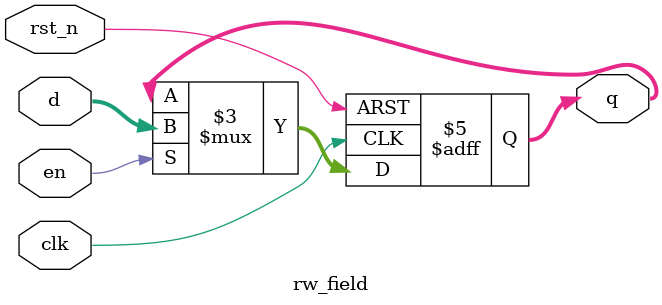
<source format=sv>
`timescale 1ns/1ps
module rw_field #(
  parameter TP        = 1              , // Time Propagation
  parameter DWIDTH    = 32             , // Data Width
  parameter RST_VALUE = {DWIDTH{1'd0}}   // Reset Value
)(
// System and Control Interface
  input                   clk   , // Clock
  input                   rst_n , // Asynchronous Reset - Active low
  input                   en    , // Write enable
// Data
  input      [DWIDTH-1:0] d     , // Input data
  output reg [DWIDTH-1:0] q       // Output data
);

// -----------------------------------------------------------------------------
// ---------------------------------- CODE -------------------------------------
// -----------------------------------------------------------------------------

always_ff @(posedge clk or negedge rst_n)
if (~rst_n) q <= #TP RST_VALUE; else // Reset
if (en)     q <= #TP d        ;      // Set

endmodule
</source>
